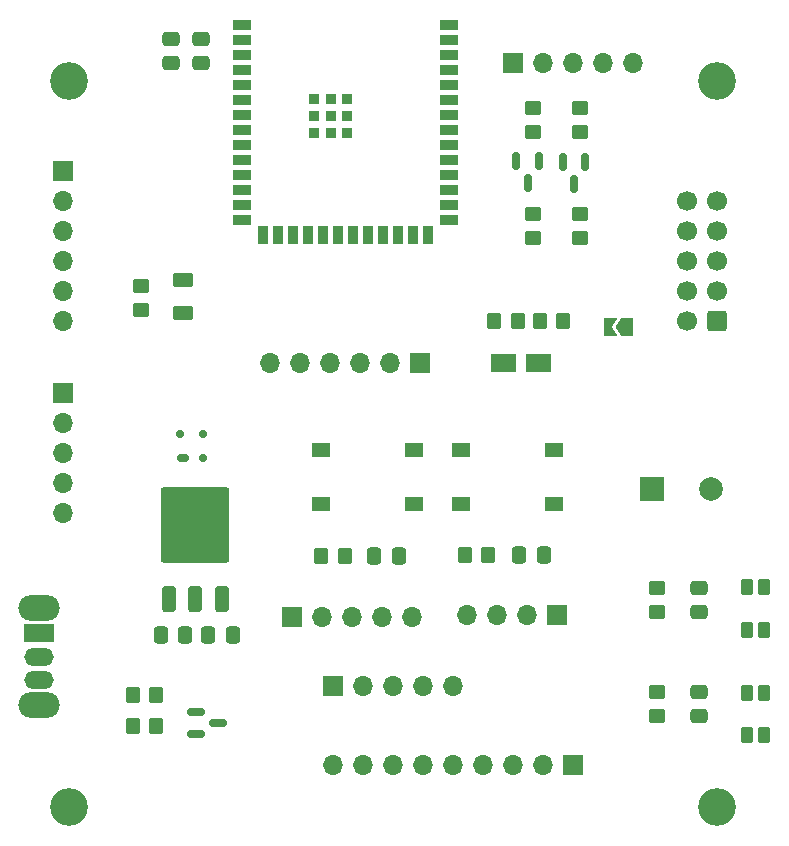
<source format=gbr>
%TF.GenerationSoftware,KiCad,Pcbnew,8.0.6*%
%TF.CreationDate,2024-11-05T15:10:12-06:00*%
%TF.ProjectId,werable_unit (1),77657261-626c-4655-9f75-6e6974202831,rev?*%
%TF.SameCoordinates,Original*%
%TF.FileFunction,Soldermask,Top*%
%TF.FilePolarity,Negative*%
%FSLAX46Y46*%
G04 Gerber Fmt 4.6, Leading zero omitted, Abs format (unit mm)*
G04 Created by KiCad (PCBNEW 8.0.6) date 2024-11-05 15:10:12*
%MOMM*%
%LPD*%
G01*
G04 APERTURE LIST*
G04 Aperture macros list*
%AMRoundRect*
0 Rectangle with rounded corners*
0 $1 Rounding radius*
0 $2 $3 $4 $5 $6 $7 $8 $9 X,Y pos of 4 corners*
0 Add a 4 corners polygon primitive as box body*
4,1,4,$2,$3,$4,$5,$6,$7,$8,$9,$2,$3,0*
0 Add four circle primitives for the rounded corners*
1,1,$1+$1,$2,$3*
1,1,$1+$1,$4,$5*
1,1,$1+$1,$6,$7*
1,1,$1+$1,$8,$9*
0 Add four rect primitives between the rounded corners*
20,1,$1+$1,$2,$3,$4,$5,0*
20,1,$1+$1,$4,$5,$6,$7,0*
20,1,$1+$1,$6,$7,$8,$9,0*
20,1,$1+$1,$8,$9,$2,$3,0*%
%AMFreePoly0*
4,1,6,1.000000,0.000000,0.500000,-0.750000,-0.500000,-0.750000,-0.500000,0.750000,0.500000,0.750000,1.000000,0.000000,1.000000,0.000000,$1*%
%AMFreePoly1*
4,1,6,0.500000,-0.750000,-0.650000,-0.750000,-0.150000,0.000000,-0.650000,0.750000,0.500000,0.750000,0.500000,-0.750000,0.500000,-0.750000,$1*%
G04 Aperture macros list end*
%ADD10RoundRect,0.150000X-0.150000X0.587500X-0.150000X-0.587500X0.150000X-0.587500X0.150000X0.587500X0*%
%ADD11R,1.550000X1.300000*%
%ADD12RoundRect,0.250000X-0.450000X0.350000X-0.450000X-0.350000X0.450000X-0.350000X0.450000X0.350000X0*%
%ADD13RoundRect,0.250000X-0.350000X-0.450000X0.350000X-0.450000X0.350000X0.450000X-0.350000X0.450000X0*%
%ADD14R,1.700000X1.700000*%
%ADD15O,1.700000X1.700000*%
%ADD16C,3.200000*%
%ADD17O,3.500000X2.200000*%
%ADD18R,2.500000X1.500000*%
%ADD19O,2.500000X1.500000*%
%ADD20RoundRect,0.250000X-0.337500X-0.475000X0.337500X-0.475000X0.337500X0.475000X-0.337500X0.475000X0*%
%ADD21RoundRect,0.250000X0.600000X0.600000X-0.600000X0.600000X-0.600000X-0.600000X0.600000X-0.600000X0*%
%ADD22C,1.700000*%
%ADD23R,1.498600X0.889000*%
%ADD24R,0.889000X1.498600*%
%ADD25R,0.889000X0.889000*%
%ADD26RoundRect,0.250000X0.450000X-0.350000X0.450000X0.350000X-0.450000X0.350000X-0.450000X-0.350000X0*%
%ADD27RoundRect,0.250000X0.275000X-0.450000X0.275000X0.450000X-0.275000X0.450000X-0.275000X-0.450000X0*%
%ADD28RoundRect,0.250000X-0.475000X0.337500X-0.475000X-0.337500X0.475000X-0.337500X0.475000X0.337500X0*%
%ADD29FreePoly0,180.000000*%
%ADD30FreePoly1,180.000000*%
%ADD31RoundRect,0.250000X0.350000X-0.850000X0.350000X0.850000X-0.350000X0.850000X-0.350000X-0.850000X0*%
%ADD32RoundRect,0.249997X2.650003X-2.950003X2.650003X2.950003X-2.650003X2.950003X-2.650003X-2.950003X0*%
%ADD33R,2.000000X2.000000*%
%ADD34C,2.000000*%
%ADD35RoundRect,0.250000X0.475000X-0.337500X0.475000X0.337500X-0.475000X0.337500X-0.475000X-0.337500X0*%
%ADD36R,1.500000X1.500000*%
%ADD37FreePoly0,0.000000*%
%ADD38RoundRect,0.250000X0.625000X-0.375000X0.625000X0.375000X-0.625000X0.375000X-0.625000X-0.375000X0*%
%ADD39RoundRect,0.250000X0.337500X0.475000X-0.337500X0.475000X-0.337500X-0.475000X0.337500X-0.475000X0*%
%ADD40RoundRect,0.150000X-0.587500X-0.150000X0.587500X-0.150000X0.587500X0.150000X-0.587500X0.150000X0*%
%ADD41RoundRect,0.175000X0.325000X-0.175000X0.325000X0.175000X-0.325000X0.175000X-0.325000X-0.175000X0*%
%ADD42RoundRect,0.150000X0.150000X-0.200000X0.150000X0.200000X-0.150000X0.200000X-0.150000X-0.200000X0*%
G04 APERTURE END LIST*
D10*
%TO.C,Q2*%
X117346900Y-61216300D03*
X115446900Y-61216300D03*
X116396900Y-63091300D03*
%TD*%
D11*
%TO.C,SW4*%
X106769000Y-85634000D03*
X114719000Y-85634000D03*
X106769000Y-90134000D03*
X114719000Y-90134000D03*
%TD*%
D12*
%TO.C,R14*%
X116896900Y-56653800D03*
X116896900Y-58653800D03*
%TD*%
D13*
%TO.C,R9*%
X79000600Y-108940600D03*
X81000600Y-108940600D03*
%TD*%
D14*
%TO.C,J5*%
X95986600Y-105613200D03*
D15*
X98526600Y-105613200D03*
X101066600Y-105613200D03*
X103606600Y-105613200D03*
X106146600Y-105613200D03*
%TD*%
D13*
%TO.C,R8*%
X78997500Y-106347000D03*
X80997500Y-106347000D03*
%TD*%
D16*
%TO.C,H4*%
X128524000Y-115824000D03*
%TD*%
D13*
%TO.C,R25*%
X94989500Y-94546000D03*
X96989500Y-94546000D03*
%TD*%
D17*
%TO.C,U7*%
X71120000Y-98992000D03*
X71120000Y-107192000D03*
D18*
X71120000Y-101092000D03*
D19*
X71120000Y-103092000D03*
X71120000Y-105092000D03*
%TD*%
D20*
%TO.C,C19*%
X111738500Y-94488000D03*
X113813500Y-94488000D03*
%TD*%
D14*
%TO.C,J9*%
X103378000Y-78232000D03*
D15*
X100838000Y-78232000D03*
X98298000Y-78232000D03*
X95758000Y-78232000D03*
X93218000Y-78232000D03*
X90678000Y-78232000D03*
%TD*%
D14*
%TO.C,J2*%
X92461000Y-99720400D03*
D15*
X95001000Y-99720400D03*
X97541000Y-99720400D03*
X100081000Y-99720400D03*
X102621000Y-99720400D03*
%TD*%
D21*
%TO.C,J12*%
X128524000Y-74676000D03*
D22*
X125984000Y-74676000D03*
X128524000Y-72136000D03*
X125984000Y-72136000D03*
X128524000Y-69596000D03*
X125984000Y-69596000D03*
X128524000Y-67056000D03*
X125984000Y-67056000D03*
X128524000Y-64516000D03*
X125984000Y-64516000D03*
%TD*%
D23*
%TO.C,U10*%
X88278000Y-49604000D03*
X88278000Y-50874000D03*
X88278000Y-52144000D03*
X88278000Y-53414000D03*
X88278000Y-54684000D03*
X88278000Y-55954000D03*
X88278000Y-57224000D03*
X88278000Y-58494000D03*
X88278000Y-59764000D03*
X88278000Y-61034000D03*
X88278000Y-62304000D03*
X88278000Y-63574000D03*
X88278000Y-64844000D03*
X88278000Y-66114000D03*
D24*
X90043000Y-67364000D03*
X91313000Y-67364000D03*
X92583000Y-67364000D03*
X93853000Y-67364000D03*
X95123000Y-67364000D03*
X96393000Y-67364000D03*
X97663000Y-67364000D03*
X98933000Y-67364000D03*
X100203000Y-67364000D03*
X101473000Y-67364000D03*
X102743000Y-67364000D03*
X104013000Y-67364000D03*
D23*
X105778000Y-66114000D03*
X105778000Y-64844000D03*
X105778000Y-63574000D03*
X105778000Y-62304000D03*
X105778000Y-61034000D03*
X105778000Y-59764000D03*
X105778000Y-58494000D03*
X105778000Y-57224000D03*
X105778000Y-55954000D03*
X105778000Y-54684000D03*
X105778000Y-53414000D03*
X105778000Y-52144000D03*
X105778000Y-50874000D03*
X105778000Y-49604000D03*
D25*
X95778000Y-57324000D03*
X95778000Y-55924000D03*
X94378000Y-55924000D03*
X94378000Y-57324000D03*
X94378000Y-58724000D03*
X95778000Y-58724000D03*
X97178000Y-58724000D03*
X97178000Y-57324000D03*
X97178000Y-55924000D03*
%TD*%
D26*
%TO.C,R7*%
X79756000Y-73752000D03*
X79756000Y-71752000D03*
%TD*%
D12*
%TO.C,R15*%
X112896900Y-56653800D03*
X112896900Y-58653800D03*
%TD*%
D27*
%TO.C,SW5*%
X131021000Y-100805800D03*
X131021000Y-97205800D03*
X132461000Y-100805800D03*
X132461000Y-97205800D03*
%TD*%
D28*
%TO.C,C2*%
X126944000Y-106086500D03*
X126944000Y-108161500D03*
%TD*%
D12*
%TO.C,R20*%
X112896900Y-65653800D03*
X112896900Y-67653800D03*
%TD*%
D29*
%TO.C,JP1*%
X120904000Y-75184000D03*
D30*
X119454000Y-75184000D03*
%TD*%
D14*
%TO.C,J1*%
X73152000Y-61976000D03*
D15*
X73152000Y-64516000D03*
X73152000Y-67056000D03*
X73152000Y-69596000D03*
X73152000Y-72136000D03*
X73152000Y-74676000D03*
%TD*%
D31*
%TO.C,U5*%
X82048000Y-98248000D03*
X84328000Y-98248000D03*
D32*
X84328000Y-91948000D03*
D31*
X86608000Y-98248000D03*
%TD*%
D16*
%TO.C,H3*%
X73660000Y-115824000D03*
%TD*%
D27*
%TO.C,SW6*%
X131055000Y-109772000D03*
X131055000Y-106172000D03*
X132495000Y-109772000D03*
X132495000Y-106172000D03*
%TD*%
D33*
%TO.C,U4*%
X123016000Y-88900000D03*
D34*
X128016000Y-88900000D03*
%TD*%
D13*
%TO.C,R18*%
X109621500Y-74676000D03*
X111621500Y-74676000D03*
%TD*%
D35*
%TO.C,C24*%
X82296000Y-52875000D03*
X82296000Y-50800000D03*
%TD*%
D36*
%TO.C,JP2*%
X110696500Y-78266000D03*
X113096500Y-78266000D03*
D37*
X109896500Y-78266000D03*
D29*
X113896500Y-78266000D03*
%TD*%
D13*
%TO.C,DNP*%
X113477800Y-74676000D03*
X115477800Y-74676000D03*
%TD*%
D16*
%TO.C,H1*%
X73660000Y-54356000D03*
%TD*%
D38*
%TO.C,D6*%
X83312000Y-74044000D03*
X83312000Y-71244000D03*
%TD*%
D12*
%TO.C,R19*%
X116896900Y-65653800D03*
X116896900Y-67653800D03*
%TD*%
D14*
%TO.C,J13*%
X116332000Y-112268000D03*
D15*
X113792000Y-112268000D03*
X111252000Y-112268000D03*
X108712000Y-112268000D03*
X106172000Y-112268000D03*
X103632000Y-112268000D03*
X101092000Y-112268000D03*
X98552000Y-112268000D03*
X96012000Y-112268000D03*
%TD*%
D14*
%TO.C,J11*%
X73152000Y-80772000D03*
D15*
X73152000Y-83312000D03*
X73152000Y-85852000D03*
X73152000Y-88392000D03*
X73152000Y-90932000D03*
%TD*%
D13*
%TO.C,R26*%
X107113500Y-94488000D03*
X109113500Y-94488000D03*
%TD*%
D26*
%TO.C,R3*%
X123423800Y-99293300D03*
X123423800Y-97293300D03*
%TD*%
D16*
%TO.C,H2*%
X128524000Y-54356000D03*
%TD*%
D26*
%TO.C,R2*%
X123444000Y-108124000D03*
X123444000Y-106124000D03*
%TD*%
D14*
%TO.C,J8*%
X111252000Y-52857400D03*
D15*
X113792000Y-52857400D03*
X116332000Y-52857400D03*
X118872000Y-52857400D03*
X121412000Y-52857400D03*
%TD*%
D11*
%TO.C,SW3*%
X94921000Y-85634000D03*
X102871000Y-85634000D03*
X94921000Y-90134000D03*
X102871000Y-90134000D03*
%TD*%
D10*
%TO.C,Q3*%
X113396900Y-61153800D03*
X111496900Y-61153800D03*
X112446900Y-63028800D03*
%TD*%
D39*
%TO.C,C4*%
X83469250Y-101243000D03*
X81394250Y-101243000D03*
%TD*%
D20*
%TO.C,C18*%
X99452000Y-94546000D03*
X101527000Y-94546000D03*
%TD*%
D35*
%TO.C,C23*%
X84836000Y-52875000D03*
X84836000Y-50800000D03*
%TD*%
D40*
%TO.C,D4*%
X84362500Y-107767500D03*
X84362500Y-109667500D03*
X86237500Y-108717500D03*
%TD*%
D41*
%TO.C,D2*%
X83253000Y-86273000D03*
D42*
X84953000Y-86273000D03*
X84953000Y-84273000D03*
X83053000Y-84273000D03*
%TD*%
D28*
%TO.C,C1*%
X126923800Y-97255800D03*
X126923800Y-99330800D03*
%TD*%
D14*
%TO.C,J3*%
X114960400Y-99568000D03*
D15*
X112420400Y-99568000D03*
X109880400Y-99568000D03*
X107340400Y-99568000D03*
%TD*%
D39*
%TO.C,C3*%
X87469250Y-101243000D03*
X85394250Y-101243000D03*
%TD*%
M02*

</source>
